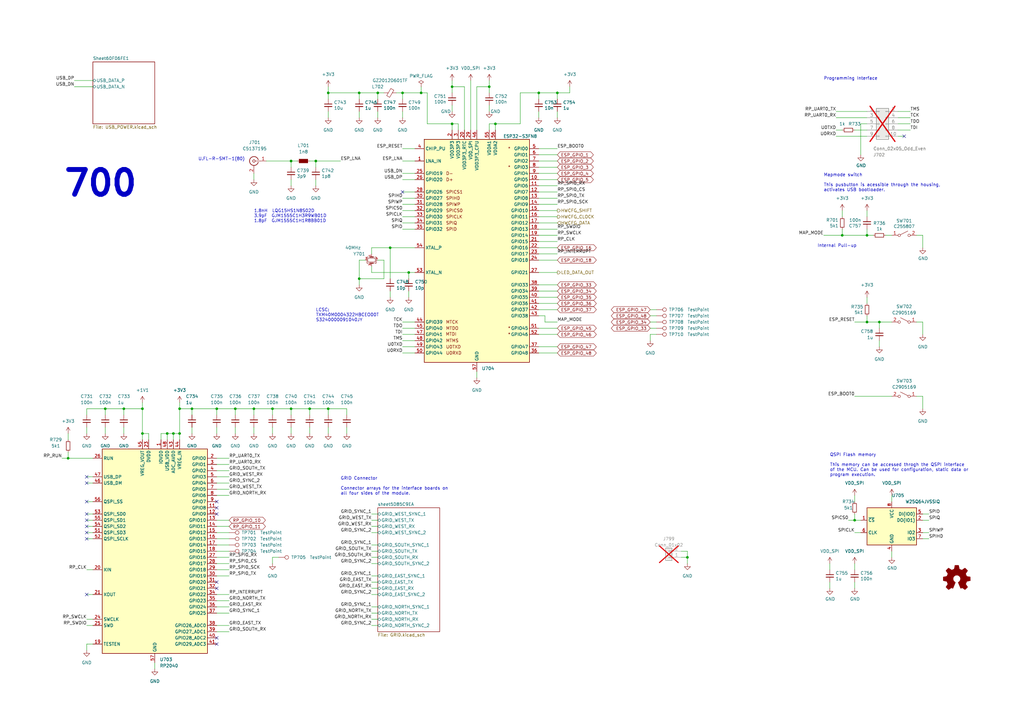
<source format=kicad_sch>
(kicad_sch (version 20230121) (generator eeschema)
  (paper "A3")
  (junction (at 88.9 167.64))
  (junction (at 129.54 66.04))
  (junction (at 220.98 38.1))
  (junction (at 71.12 177.8))
  (junction (at 147.32 38.1))
  (junction (at 58.42 177.8))
  (junction (at 172.72 38.1))
  (junction (at 167.64 111.76))
  (junction (at 73.66 177.8))
  (junction (at 147.32 114.3))
  (junction (at 127 167.64))
  (junction (at 73.66 167.64))
  (junction (at 27.94 187.96))
  (junction (at 185.42 50.8))
  (junction (at 350.52 213.36))
  (junction (at 154.94 38.1))
  (junction (at 160.02 101.6))
  (junction (at 355.6 132.08))
  (junction (at 134.62 167.64))
  (junction (at 50.8 167.64))
  (junction (at 119.38 167.64))
  (junction (at 200.66 35.56))
  (junction (at 68.58 177.8))
  (junction (at 96.52 167.64))
  (junction (at 111.76 167.64))
  (junction (at 43.18 167.64))
  (junction (at 104.14 167.64))
  (junction (at 228.6 38.1))
  (junction (at 134.62 38.1))
  (junction (at 58.42 167.64))
  (junction (at 203.2 50.8))
  (junction (at 185.42 35.56))
  (junction (at 78.74 167.64))
  (junction (at 355.6 96.52))
  (junction (at 360.68 132.08))
  (junction (at 345.44 96.52))
  (junction (at 281.94 228.6))
  (junction (at 119.38 66.04))
  (junction (at 165.1 38.1))
  (no_connect (at 370.84 55.88))
  (no_connect (at 165.1 78.74))
  (no_connect (at 35.56 210.82))
  (no_connect (at 35.56 205.74))
  (no_connect (at 35.56 213.36))
  (no_connect (at 35.56 243.84))
  (no_connect (at 35.56 220.98))
  (no_connect (at 35.56 215.9))
  (no_connect (at 35.56 218.44))
  (no_connect (at 35.56 198.12))
  (no_connect (at 35.56 195.58))
  (no_connect (at 88.9 264.16))
  (no_connect (at 88.9 261.62))
  (no_connect (at 88.9 238.76))
  (no_connect (at 88.9 241.3))
  (no_connect (at 88.9 210.82))
  (no_connect (at 88.9 208.28))
  (no_connect (at 88.9 205.74))
  (wire (pts (xy 73.66 167.64) (xy 78.74 167.64)))
  (wire (pts (xy 355.6 121.92) (xy 355.6 124.46)))
  (wire (pts (xy 35.56 198.12) (xy 38.1 198.12)))
  (wire (pts (xy 88.9 218.44) (xy 93.98 218.44)))
  (wire (pts (xy 213.36 38.1) (xy 220.98 38.1)))
  (wire (pts (xy 119.38 175.26) (xy 119.38 177.8)))
  (wire (pts (xy 58.42 180.34) (xy 58.42 177.8)))
  (wire (pts (xy 27.94 187.96) (xy 38.1 187.96)))
  (wire (pts (xy 165.1 93.98) (xy 170.18 93.98)))
  (wire (pts (xy 203.2 50.8) (xy 203.2 53.34)))
  (wire (pts (xy 360.68 139.7) (xy 360.68 142.24)))
  (wire (pts (xy 167.64 111.76) (xy 167.64 114.3)))
  (wire (pts (xy 228.6 38.1) (xy 220.98 38.1)))
  (wire (pts (xy 73.66 180.34) (xy 73.66 177.8)))
  (wire (pts (xy 154.94 228.6) (xy 152.4 228.6)))
  (wire (pts (xy 127 175.26) (xy 127 177.8)))
  (wire (pts (xy 350.52 162.56) (xy 365.76 162.56)))
  (wire (pts (xy 58.42 177.8) (xy 58.42 167.64)))
  (wire (pts (xy 88.9 231.14) (xy 93.98 231.14)))
  (wire (pts (xy 355.6 93.98) (xy 355.6 96.52)))
  (wire (pts (xy 266.7 134.62) (xy 269.24 134.62)))
  (wire (pts (xy 147.32 38.1) (xy 154.94 38.1)))
  (wire (pts (xy 104.14 175.26) (xy 104.14 177.8)))
  (wire (pts (xy 360.68 132.08) (xy 355.6 132.08)))
  (wire (pts (xy 165.1 137.16) (xy 170.18 137.16)))
  (wire (pts (xy 43.18 167.64) (xy 50.8 167.64)))
  (wire (pts (xy 63.5 271.78) (xy 63.5 274.32)))
  (wire (pts (xy 88.9 226.06) (xy 93.98 226.06)))
  (wire (pts (xy 345.44 53.34) (xy 342.9 53.34)))
  (wire (pts (xy 233.68 35.56) (xy 233.68 38.1)))
  (wire (pts (xy 96.52 170.18) (xy 96.52 167.64)))
  (wire (pts (xy 220.98 106.68) (xy 228.6 106.68)))
  (wire (pts (xy 154.94 218.44) (xy 152.4 218.44)))
  (wire (pts (xy 152.4 104.14) (xy 152.4 101.6)))
  (wire (pts (xy 88.9 220.98) (xy 93.98 220.98)))
  (wire (pts (xy 220.98 63.5) (xy 228.6 63.5)))
  (wire (pts (xy 134.62 45.72) (xy 134.62 48.26)))
  (wire (pts (xy 220.98 119.38) (xy 228.6 119.38)))
  (wire (pts (xy 154.94 106.68) (xy 157.48 106.68)))
  (wire (pts (xy 203.2 50.8) (xy 213.36 50.8)))
  (wire (pts (xy 165.1 86.36) (xy 170.18 86.36)))
  (wire (pts (xy 160.02 101.6) (xy 170.18 101.6)))
  (wire (pts (xy 35.56 195.58) (xy 38.1 195.58)))
  (wire (pts (xy 88.9 246.38) (xy 93.98 246.38)))
  (wire (pts (xy 152.4 111.76) (xy 167.64 111.76)))
  (wire (pts (xy 279.4 228.6) (xy 281.94 228.6)))
  (wire (pts (xy 134.62 175.26) (xy 134.62 177.8)))
  (wire (pts (xy 353.06 50.8) (xy 353.06 63.5)))
  (wire (pts (xy 96.52 175.26) (xy 96.52 177.8)))
  (wire (pts (xy 88.9 248.92) (xy 93.98 248.92)))
  (wire (pts (xy 355.6 86.36) (xy 355.6 88.9)))
  (wire (pts (xy 365.76 203.2) (xy 365.76 205.74)))
  (wire (pts (xy 266.7 132.08) (xy 269.24 132.08)))
  (wire (pts (xy 35.56 210.82) (xy 38.1 210.82)))
  (wire (pts (xy 165.1 38.1) (xy 172.72 38.1)))
  (wire (pts (xy 220.98 144.78) (xy 228.6 144.78)))
  (wire (pts (xy 350.52 203.2) (xy 350.52 205.74)))
  (wire (pts (xy 88.9 187.96) (xy 93.98 187.96)))
  (wire (pts (xy 378.46 162.56) (xy 375.92 162.56)))
  (wire (pts (xy 220.98 88.9) (xy 228.6 88.9)))
  (wire (pts (xy 35.56 220.98) (xy 38.1 220.98)))
  (wire (pts (xy 220.98 101.6) (xy 228.6 101.6)))
  (wire (pts (xy 378.46 218.44) (xy 381 218.44)))
  (wire (pts (xy 154.94 45.72) (xy 154.94 48.26)))
  (wire (pts (xy 35.56 213.36) (xy 38.1 213.36)))
  (wire (pts (xy 172.72 38.1) (xy 175.26 38.1)))
  (wire (pts (xy 88.9 259.08) (xy 93.98 259.08)))
  (wire (pts (xy 337.82 96.52) (xy 345.44 96.52)))
  (wire (pts (xy 35.56 233.68) (xy 38.1 233.68)))
  (wire (pts (xy 195.58 35.56) (xy 195.58 53.34)))
  (wire (pts (xy 104.14 170.18) (xy 104.14 167.64)))
  (wire (pts (xy 165.1 83.82) (xy 170.18 83.82)))
  (wire (pts (xy 147.32 106.68) (xy 149.86 106.68)))
  (wire (pts (xy 220.98 129.54) (xy 223.52 129.54)))
  (wire (pts (xy 88.9 223.52) (xy 93.98 223.52)))
  (wire (pts (xy 167.64 119.38) (xy 167.64 121.92)))
  (wire (pts (xy 68.58 177.8) (xy 71.12 177.8)))
  (wire (pts (xy 187.96 53.34) (xy 187.96 50.8)))
  (wire (pts (xy 345.44 93.98) (xy 345.44 96.52)))
  (wire (pts (xy 350.52 231.14) (xy 350.52 233.68)))
  (wire (pts (xy 154.94 223.52) (xy 152.4 223.52)))
  (wire (pts (xy 172.72 35.56) (xy 172.72 38.1)))
  (wire (pts (xy 88.9 200.66) (xy 93.98 200.66)))
  (wire (pts (xy 378.46 96.52) (xy 378.46 101.6)))
  (wire (pts (xy 165.1 142.24) (xy 170.18 142.24)))
  (wire (pts (xy 88.9 213.36) (xy 93.98 213.36)))
  (wire (pts (xy 223.52 132.08) (xy 228.6 132.08)))
  (wire (pts (xy 111.76 167.64) (xy 119.38 167.64)))
  (wire (pts (xy 152.4 101.6) (xy 160.02 101.6)))
  (wire (pts (xy 35.56 175.26) (xy 35.56 177.8)))
  (wire (pts (xy 165.1 91.44) (xy 170.18 91.44)))
  (wire (pts (xy 154.94 241.3) (xy 152.4 241.3)))
  (wire (pts (xy 58.42 165.1) (xy 58.42 167.64)))
  (wire (pts (xy 228.6 60.96) (xy 220.98 60.96)))
  (wire (pts (xy 147.32 114.3) (xy 147.32 116.84)))
  (wire (pts (xy 134.62 167.64) (xy 142.24 167.64)))
  (wire (pts (xy 220.98 83.82) (xy 228.6 83.82)))
  (wire (pts (xy 109.22 66.04) (xy 119.38 66.04)))
  (wire (pts (xy 165.1 144.78) (xy 170.18 144.78)))
  (wire (pts (xy 88.9 198.12) (xy 93.98 198.12)))
  (wire (pts (xy 350.52 213.36) (xy 347.98 213.36)))
  (wire (pts (xy 88.9 228.6) (xy 93.98 228.6)))
  (wire (pts (xy 35.56 256.54) (xy 38.1 256.54)))
  (wire (pts (xy 375.92 96.52) (xy 378.46 96.52)))
  (wire (pts (xy 350.52 132.08) (xy 355.6 132.08)))
  (wire (pts (xy 213.36 38.1) (xy 213.36 50.8)))
  (wire (pts (xy 88.9 170.18) (xy 88.9 167.64)))
  (wire (pts (xy 378.46 210.82) (xy 381 210.82)))
  (wire (pts (xy 281.94 226.06) (xy 279.4 226.06)))
  (wire (pts (xy 73.66 177.8) (xy 73.66 167.64)))
  (wire (pts (xy 165.1 81.28) (xy 170.18 81.28)))
  (wire (pts (xy 154.94 213.36) (xy 152.4 213.36)))
  (wire (pts (xy 355.6 129.54) (xy 355.6 132.08)))
  (wire (pts (xy 228.6 45.72) (xy 228.6 48.26)))
  (wire (pts (xy 353.06 218.44) (xy 350.52 218.44)))
  (wire (pts (xy 165.1 45.72) (xy 165.1 48.26)))
  (wire (pts (xy 190.5 35.56) (xy 190.5 53.34)))
  (wire (pts (xy 368.3 45.72) (xy 373.38 45.72)))
  (wire (pts (xy 185.42 35.56) (xy 185.42 38.1)))
  (wire (pts (xy 266.7 137.16) (xy 269.24 137.16)))
  (wire (pts (xy 88.9 251.46) (xy 93.98 251.46)))
  (wire (pts (xy 370.84 55.88) (xy 368.3 55.88)))
  (wire (pts (xy 35.56 254) (xy 38.1 254)))
  (wire (pts (xy 165.1 60.96) (xy 170.18 60.96)))
  (wire (pts (xy 142.24 175.26) (xy 142.24 177.8)))
  (wire (pts (xy 43.18 170.18) (xy 43.18 167.64)))
  (wire (pts (xy 88.9 203.2) (xy 93.98 203.2)))
  (wire (pts (xy 129.54 66.04) (xy 127 66.04)))
  (wire (pts (xy 200.66 50.8) (xy 203.2 50.8)))
  (wire (pts (xy 111.76 175.26) (xy 111.76 177.8)))
  (wire (pts (xy 200.66 50.8) (xy 200.66 53.34)))
  (wire (pts (xy 119.38 66.04) (xy 121.92 66.04)))
  (wire (pts (xy 154.94 226.06) (xy 152.4 226.06)))
  (wire (pts (xy 160.02 119.38) (xy 160.02 121.92)))
  (wire (pts (xy 88.9 243.84) (xy 93.98 243.84)))
  (wire (pts (xy 88.9 256.54) (xy 93.98 256.54)))
  (wire (pts (xy 355.6 53.34) (xy 350.52 53.34)))
  (wire (pts (xy 154.94 238.76) (xy 152.4 238.76)))
  (wire (pts (xy 165.1 134.62) (xy 170.18 134.62)))
  (wire (pts (xy 154.94 231.14) (xy 152.4 231.14)))
  (wire (pts (xy 378.46 167.64) (xy 378.46 162.56)))
  (wire (pts (xy 88.9 175.26) (xy 88.9 177.8)))
  (wire (pts (xy 147.32 38.1) (xy 147.32 40.64)))
  (wire (pts (xy 281.94 228.6) (xy 281.94 226.06)))
  (wire (pts (xy 185.42 43.18) (xy 185.42 45.72)))
  (wire (pts (xy 119.38 170.18) (xy 119.38 167.64)))
  (wire (pts (xy 104.14 71.12) (xy 104.14 73.66)))
  (wire (pts (xy 68.58 177.8) (xy 68.58 180.34)))
  (wire (pts (xy 35.56 170.18) (xy 35.56 167.64)))
  (wire (pts (xy 154.94 40.64) (xy 154.94 38.1)))
  (wire (pts (xy 185.42 50.8) (xy 175.26 50.8)))
  (wire (pts (xy 368.3 50.8) (xy 373.38 50.8)))
  (wire (pts (xy 220.98 137.16) (xy 228.6 137.16)))
  (wire (pts (xy 165.1 139.7) (xy 170.18 139.7)))
  (wire (pts (xy 154.94 243.84) (xy 152.4 243.84)))
  (wire (pts (xy 71.12 177.8) (xy 71.12 180.34)))
  (wire (pts (xy 342.9 48.26) (xy 355.6 48.26)))
  (wire (pts (xy 88.9 233.68) (xy 93.98 233.68)))
  (wire (pts (xy 378.46 132.08) (xy 375.92 132.08)))
  (wire (pts (xy 154.94 236.22) (xy 152.4 236.22)))
  (wire (pts (xy 233.68 38.1) (xy 228.6 38.1)))
  (wire (pts (xy 35.56 167.64) (xy 43.18 167.64)))
  (wire (pts (xy 88.9 190.5) (xy 93.98 190.5)))
  (wire (pts (xy 342.9 45.72) (xy 355.6 45.72)))
  (wire (pts (xy 340.36 241.3) (xy 340.36 238.76)))
  (wire (pts (xy 60.96 180.34) (xy 60.96 177.8)))
  (wire (pts (xy 281.94 231.14) (xy 281.94 228.6)))
  (wire (pts (xy 96.52 167.64) (xy 104.14 167.64)))
  (wire (pts (xy 104.14 167.64) (xy 111.76 167.64)))
  (wire (pts (xy 27.94 185.42) (xy 27.94 187.96)))
  (wire (pts (xy 190.5 35.56) (xy 185.42 35.56)))
  (wire (pts (xy 220.98 38.1) (xy 220.98 40.64)))
  (wire (pts (xy 340.36 231.14) (xy 340.36 233.68)))
  (wire (pts (xy 35.56 215.9) (xy 38.1 215.9)))
  (wire (pts (xy 43.18 175.26) (xy 43.18 177.8)))
  (wire (pts (xy 165.1 88.9) (xy 170.18 88.9)))
  (wire (pts (xy 35.56 264.16) (xy 35.56 266.7)))
  (wire (pts (xy 127 167.64) (xy 134.62 167.64)))
  (wire (pts (xy 200.66 35.56) (xy 200.66 38.1)))
  (wire (pts (xy 154.94 256.54) (xy 152.4 256.54)))
  (wire (pts (xy 170.18 71.12) (xy 165.1 71.12)))
  (wire (pts (xy 152.4 210.82) (xy 154.94 210.82)))
  (wire (pts (xy 220.98 127) (xy 228.6 127)))
  (wire (pts (xy 152.4 111.76) (xy 152.4 109.22)))
  (wire (pts (xy 220.98 78.74) (xy 228.6 78.74)))
  (wire (pts (xy 147.32 45.72) (xy 147.32 48.26)))
  (wire (pts (xy 365.76 228.6) (xy 365.76 226.06)))
  (wire (pts (xy 220.98 93.98) (xy 228.6 93.98)))
  (wire (pts (xy 185.42 33.02) (xy 185.42 35.56)))
  (wire (pts (xy 134.62 170.18) (xy 134.62 167.64)))
  (wire (pts (xy 345.44 96.52) (xy 355.6 96.52)))
  (wire (pts (xy 154.94 248.92) (xy 152.4 248.92)))
  (wire (pts (xy 154.94 251.46) (xy 152.4 251.46)))
  (wire (pts (xy 50.8 167.64) (xy 58.42 167.64)))
  (wire (pts (xy 142.24 170.18) (xy 142.24 167.64)))
  (wire (pts (xy 220.98 71.12) (xy 228.6 71.12)))
  (wire (pts (xy 88.9 167.64) (xy 96.52 167.64)))
  (wire (pts (xy 378.46 213.36) (xy 381 213.36)))
  (wire (pts (xy 88.9 236.22) (xy 93.98 236.22)))
  (wire (pts (xy 165.1 78.74) (xy 170.18 78.74)))
  (wire (pts (xy 175.26 38.1) (xy 175.26 50.8)))
  (wire (pts (xy 35.56 243.84) (xy 38.1 243.84)))
  (wire (pts (xy 195.58 35.56) (xy 200.66 35.56)))
  (wire (pts (xy 88.9 193.04) (xy 93.98 193.04)))
  (wire (pts (xy 193.04 33.02) (xy 193.04 53.34)))
  (wire (pts (xy 220.98 134.62) (xy 228.6 134.62)))
  (wire (pts (xy 378.46 220.98) (xy 381 220.98)))
  (wire (pts (xy 129.54 66.04) (xy 139.7 66.04)))
  (wire (pts (xy 220.98 81.28) (xy 228.6 81.28)))
  (wire (pts (xy 353.06 50.8) (xy 355.6 50.8)))
  (wire (pts (xy 25.4 187.96) (xy 27.94 187.96)))
  (wire (pts (xy 266.7 129.54) (xy 269.24 129.54)))
  (wire (pts (xy 119.38 66.04) (xy 119.38 68.58)))
  (wire (pts (xy 228.6 38.1) (xy 228.6 40.64)))
  (wire (pts (xy 373.38 48.26) (xy 368.3 48.26)))
  (wire (pts (xy 50.8 167.64) (xy 50.8 170.18)))
  (wire (pts (xy 170.18 73.66) (xy 165.1 73.66)))
  (wire (pts (xy 157.48 114.3) (xy 147.32 114.3)))
  (wire (pts (xy 147.32 114.3) (xy 147.32 106.68)))
  (wire (pts (xy 129.54 68.58) (xy 129.54 66.04)))
  (wire (pts (xy 35.56 205.74) (xy 38.1 205.74)))
  (wire (pts (xy 160.02 101.6) (xy 160.02 114.3)))
  (wire (pts (xy 220.98 86.36) (xy 228.6 86.36)))
  (wire (pts (xy 373.38 53.34) (xy 368.3 53.34)))
  (wire (pts (xy 78.74 175.26) (xy 78.74 177.8)))
  (wire (pts (xy 220.98 116.84) (xy 228.6 116.84)))
  (wire (pts (xy 71.12 177.8) (xy 73.66 177.8)))
  (wire (pts (xy 220.98 68.58) (xy 228.6 68.58)))
  (wire (pts (xy 345.44 86.36) (xy 345.44 88.9)))
  (wire (pts (xy 134.62 35.56) (xy 134.62 38.1)))
  (wire (pts (xy 350.52 241.3) (xy 350.52 238.76)))
  (wire (pts (xy 200.66 33.02) (xy 200.66 35.56)))
  (wire (pts (xy 266.7 139.7) (xy 266.7 137.16)))
  (wire (pts (xy 220.98 96.52) (xy 228.6 96.52)))
  (wire (pts (xy 195.58 152.4) (xy 195.58 154.94)))
  (wire (pts (xy 365.76 132.08) (xy 360.68 132.08)))
  (wire (pts (xy 38.1 33.02) (xy 30.48 33.02)))
  (wire (pts (xy 220.98 111.76) (xy 228.6 111.76)))
  (wire (pts (xy 78.74 167.64) (xy 88.9 167.64)))
  (wire (pts (xy 127 170.18) (xy 127 167.64)))
  (wire (pts (xy 119.38 73.66) (xy 119.38 76.2)))
  (wire (pts (xy 165.1 66.04) (xy 170.18 66.04)))
  (wire (pts (xy 220.98 142.24) (xy 228.6 142.24)))
  (wire (pts (xy 355.6 96.52) (xy 358.14 96.52)))
  (wire (pts (xy 88.9 195.58) (xy 93.98 195.58)))
  (wire (pts (xy 60.96 177.8) (xy 58.42 177.8)))
  (wire (pts (xy 50.8 175.26) (xy 50.8 177.8)))
  (wire (pts (xy 187.96 50.8) (xy 185.42 50.8)))
  (wire (pts (xy 154.94 38.1) (xy 157.48 38.1)))
  (wire (pts (xy 165.1 38.1) (xy 165.1 40.64)))
  (wire (pts (xy 78.74 167.64) (xy 78.74 170.18)))
  (wire (pts (xy 157.48 106.68) (xy 157.48 114.3)))
  (wire (pts (xy 220.98 73.66) (xy 228.6 73.66)))
  (wire (pts (xy 220.98 99.06) (xy 228.6 99.06)))
  (wire (pts (xy 27.94 177.8) (xy 27.94 180.34)))
  (wire (pts (xy 167.64 111.76) (xy 170.18 111.76)))
  (wire (pts (xy 111.76 170.18) (xy 111.76 167.64)))
  (wire (pts (xy 220.98 45.72) (xy 220.98 48.26)))
  (wire (pts (xy 220.98 124.46) (xy 228.6 124.46)))
  (wire (pts (xy 266.7 127) (xy 269.24 127)))
  (wire (pts (xy 66.04 180.34) (xy 66.04 177.8)))
  (wire (pts (xy 129.54 73.66) (xy 129.54 76.2)))
  (wire (pts (xy 152.4 215.9) (xy 154.94 215.9)))
  (wire (pts (xy 35.56 218.44) (xy 38.1 218.44)))
  (wire (pts (xy 119.38 167.64) (xy 127 167.64)))
  (wire (pts (xy 30.48 35.56) (xy 38.1 35.56)))
  (wire (pts (xy 220.98 66.04) (xy 228.6 66.04)))
  (wire (pts (xy 220.98 91.44) (xy 228.6 91.44)))
  (wire (pts (xy 220.98 121.92) (xy 228.6 121.92)))
  (wire (pts (xy 353.06 213.36) (xy 350.52 213.36)))
  (wire (pts (xy 88.9 215.9) (xy 93.98 215.9)))
  (wire (pts (xy 154.94 254) (xy 152.4 254)))
  (wire (pts (xy 378.46 137.16) (xy 378.46 132.08)))
  (wire (pts (xy 73.66 165.1) (xy 73.66 167.64)))
  (wire (pts (xy 342.9 55.88) (xy 355.6 55.88)))
  (wire (pts (xy 162.56 38.1) (xy 165.1 38.1)))
  (wire (pts (xy 111.76 231.14) (xy 111.76 228.6)))
  (wire (pts (xy 200.66 43.18) (xy 200.66 45.72)))
  (wire (pts (xy 134.62 38.1) (xy 134.62 40.64)))
  (wire (pts (xy 185.42 50.8) (xy 185.42 53.34)))
  (wire (pts (xy 360.68 132.08) (xy 360.68 134.62)))
  (wire (pts (xy 350.52 210.82) (xy 350.52 213.36)))
  (wire (pts (xy 66.04 177.8) (xy 68.58 177.8)))
  (wire (pts (xy 35.56 264.16) (xy 38.1 264.16)))
  (wire (pts (xy 363.22 96.52) (xy 365.76 96.52)))
  (wire (pts (xy 165.1 132.08) (xy 170.18 132.08)))
  (wire (pts (xy 220.98 76.2) (xy 228.6 76.2)))
  (wire (pts (xy 220.98 104.14) (xy 228.6 104.14)))
  (wire (pts (xy 111.76 228.6) (xy 114.3 228.6)))
  (wire (pts (xy 134.62 38.1) (xy 147.32 38.1)))
  (wire (pts (xy 223.52 129.54) (xy 223.52 132.08)))
  (text "Mapmode switch\n\nThis pusbutton is acessible through the housing, \nactivates USB bootloader." (at 337.82 78.74 0) (effects (font (size 1.27 1.27)) (justify left bottom)))
  (text "700" (at 25.4 81.28 0) (effects (font (size 10.16 10.16) (thickness 2.032) bold) (justify left bottom)))
  (text "LCSC:\nTXM40M0004322HBCEO00T\nS3240000091040JY" (at 129.54 132.08 0) (effects (font (size 1.27 1.27)) (justify left bottom)))
  (text "1.8nH  LQG15HS1N8S02D\n3.9pF  GJM1555C1H3R9WB01D\n1.8pF  GJM1555C1H1R8BB01D" (at 104.14 91.44 0) (effects (font (size 1.27 1.27)) (justify left bottom)))
  (text "QSPI Flash memory\n\nThis memory can be accessed throgh the QSPI interface\nof the MCU. Can be used for configuration, static data or\nprogram execution." (at 340.36 195.58 0) (effects (font (size 1.27 1.27)) (justify left bottom)))
  (text "Internal Pull-up" (at 335.28 101.6 0) (effects (font (size 1.27 1.27)) (justify left bottom)))
  (text "GRID Connector\n\nConnector arrays for the interface boards on \nall four sides of the module." (at 139.7 203.2 0) (effects (font (size 1.27 1.27)) (justify left bottom)))
  (text "U.FL-R-SMT-1(80) " (at 81.28 66.04 0) (effects (font (size 1.27 1.27)) (justify left bottom)))
  (text "Programming Interface\n" (at 337.82 33.02 0) (effects (font (size 1.27 1.27)) (justify left bottom)))
  (label "RP_SPI0_CS" (at 93.98 231.14 0))
  (label "GRID_SYNC_1" (at 152.4 223.52 180))
  (label "GRID_EAST_TX" (at 93.98 256.54 0))
  (label "RP_SPI0_RX" (at 93.98 228.6 0))
  (label "GRID_SOUTH_TX" (at 152.4 226.06 180))
  (label "SPICS0" (at 165.1 86.36 180))
  (label "GRID_SYNC_2" (at 152.4 218.44 180))
  (label "GRID_NORTH_TX" (at 93.98 246.38 0))
  (label "GRID_NORTH_TX" (at 152.4 251.46 180))
  (label "GRID_SYNC_2" (at 152.4 256.54 180))
  (label "MAP_MODE" (at 337.82 96.52 180))
  (label "U0TXD" (at 165.1 142.24 180))
  (label "SPICS0" (at 347.98 213.36 180))
  (label "TMS" (at 165.1 139.7 180))
  (label "TCK" (at 165.1 132.08 180))
  (label "GRID_NORTH_RX" (at 93.98 203.2 0))
  (label "RP_SWCLK" (at 35.56 254 180))
  (label "RP_SPI0_RX" (at 228.6 76.2 0))
  (label "GRID_SYNC_1" (at 152.4 210.82 180))
  (label "SPIQ" (at 165.1 91.44 180))
  (label "RP_SPI0_TX" (at 93.98 236.22 0))
  (label "GRID_SYNC_1" (at 152.4 236.22 180))
  (label "U0RXD" (at 165.1 144.78 180))
  (label "TDO" (at 165.1 134.62 180))
  (label "U0RXD" (at 342.9 55.88 180))
  (label "GRID_SOUTH_RX" (at 93.98 259.08 0))
  (label "GRID_SYNC_2" (at 152.4 243.84 180))
  (label "SPIQ" (at 381 213.36 0))
  (label "RP_SPI0_TX" (at 228.6 81.28 0))
  (label "GRID_WEST_RX" (at 152.4 215.9 180))
  (label "GRID_WEST_RX" (at 93.98 195.58 0))
  (label "RP_SWDIO" (at 228.6 93.98 0))
  (label "RP_SWDIO" (at 35.56 256.54 180))
  (label "RP_CLK" (at 35.56 233.68 180))
  (label "RP_SWCLK" (at 228.6 96.52 0))
  (label "RP_SPI0_SCK" (at 93.98 233.68 0))
  (label "RP_UART0_TX" (at 93.98 187.96 0))
  (label "SPID" (at 165.1 93.98 180))
  (label "U0TXD" (at 342.9 53.34 180))
  (label "SPID" (at 381 210.82 0))
  (label "ESP_BOOT0" (at 228.6 60.96 0))
  (label "TDO" (at 373.38 50.8 0))
  (label "TDI" (at 165.1 137.16 180))
  (label "GRID_WEST_TX" (at 93.98 200.66 0))
  (label "RP_INTERRUPT" (at 228.6 104.14 0))
  (label "RP_SPI0_SCK" (at 228.6 83.82 0))
  (label "GRID_EAST_RX" (at 93.98 248.92 0))
  (label "USB_DN" (at 165.1 71.12 180))
  (label "USB_DN" (at 30.48 35.56 180))
  (label "SPIHD" (at 165.1 81.28 180))
  (label "ESP_RESET" (at 165.1 60.96 180))
  (label "TMS" (at 373.38 45.72 0))
  (label "SPIHD" (at 381 220.98 0))
  (label "ESP_LNA" (at 139.7 66.04 0))
  (label "ESP_BOOT0" (at 350.52 162.56 180))
  (label "RP_UART0_TX" (at 342.9 45.72 180))
  (label "RP_INTERRUPT" (at 93.98 243.84 0))
  (label "GRID_EAST_RX" (at 152.4 241.3 180))
  (label "USB_DP" (at 165.1 73.66 180))
  (label "GRID_SOUTH_TX" (at 93.98 193.04 0))
  (label "GRID_EAST_TX" (at 152.4 238.76 180))
  (label "SPICLK" (at 350.52 218.44 180))
  (label "RP_SPI0_CS" (at 228.6 78.74 0))
  (label "RP_UART0_RX" (at 342.9 48.26 180))
  (label "TCK" (at 373.38 48.26 0))
  (label "RP_RUN" (at 25.4 187.96 180))
  (label "RP_CLK" (at 228.6 99.06 0))
  (label "TDI" (at 373.38 53.34 0))
  (label "GRID_SYNC_1" (at 93.98 251.46 0))
  (label "ESP_RESET" (at 350.52 132.08 180))
  (label "GRID_SOUTH_RX" (at 152.4 228.6 180))
  (label "SPIWP" (at 165.1 83.82 180))
  (label "MAP_MODE" (at 228.6 132.08 0))
  (label "USB_DP" (at 30.48 33.02 180))
  (label "SPICLK" (at 165.1 88.9 180))
  (label "ESP_LNA" (at 165.1 66.04 180))
  (label "GRID_SYNC_1" (at 152.4 248.92 180))
  (label "RP_UART0_RX" (at 93.98 190.5 0))
  (label "SPIWP" (at 381 218.44 0))
  (label "GRID_NORTH_RX" (at 152.4 254 180))
  (label "GRID_SYNC_2" (at 93.98 198.12 0))
  (label "GRID_SYNC_2" (at 152.4 231.14 180))
  (label "GRID_WEST_TX" (at 152.4 213.36 180))
  (global_label "ESP_GPIO_33" (shape bidirectional) (at 228.6 116.84 0) (property "Intersheetrefs" "${INTERSHEET_REFS}" (effects hide)))
  (global_label "ESP_GPIO_16" (shape bidirectional) (at 228.6 101.6 0) (property "Intersheetrefs" "${INTERSHEET_REFS}" (effects hide)))
  (global_label "ESP_GPIO_34" (shape bidirectional) (at 266.7 132.08 180) (property "Intersheetrefs" "${INTERSHEET_REFS}" (effects hide)))
  (global_label "ESP_GPIO_47" (shape bidirectional) (at 266.7 127 180) (property "Intersheetrefs" "${INTERSHEET_REFS}" (effects hide)))
  (global_label "ESP_GPIO_48" (shape bidirectional) (at 228.6 144.78 0) (property "Intersheetrefs" "${INTERSHEET_REFS}" (effects hide)))
  (global_label "ESP_GPIO_2" (shape bidirectional) (at 228.6 66.04 0) (property "Intersheetrefs" "${INTERSHEET_REFS}" (effects hide)))
  (global_label "ESP_GPIO_4" (shape bidirectional) (at 228.6 71.12 0) (property "Intersheetrefs" "${INTERSHEET_REFS}" (effects hide)))
  (global_label "ESP_GPIO_1" (shape bidirectional) (at 228.6 63.5 0) (property "Intersheetrefs" "${INTERSHEET_REFS}" (effects hide)))
  (global_label "ESP_GPIO_45" (shape bidirectional) (at 228.6 134.62 0) (property "Intersheetrefs" "${INTERSHEET_REFS}" (effects hide)))
  (global_label "ESP_GPIO_36" (shape bidirectional) (at 228.6 124.46 0) (property "Intersheetrefs" "${INTERSHEET_REFS}" (effects hide)))
  (global_label "ESP_GPIO_18" (shape bidirectional) (at 228.6 106.68 0) (property "Intersheetrefs" "${INTERSHEET_REFS}" (effects hide)))
  (global_label "ESP_GPIO_5" (shape bidirectional) (at 228.6 73.66 0) (property "Intersheetrefs" "${INTERSHEET_REFS}" (effects hide)))
  (global_label "RP_GPIO_10" (shape bidirectional) (at 93.98 213.36 0) (property "Intersheetrefs" "${INTERSHEET_REFS}" (effects hide)))
  (global_label "ESP_GPIO_46" (shape bidirectional) (at 228.6 137.16 0) (property "Intersheetrefs" "${INTERSHEET_REFS}" (effects hide)))
  (global_label "ESP_GPIO_48" (shape bidirectional) (at 266.7 129.54 180) (property "Intersheetrefs" "${INTERSHEET_REFS}" (effects hide)))
  (global_label "ESP_GPIO_33" (shape bidirectional) (at 266.7 134.62 180) (property "Intersheetrefs" "${INTERSHEET_REFS}" (effects hide)))
  (global_label "ESP_GPIO_35" (shape bidirectional) (at 228.6 121.92 0) (property "Intersheetrefs" "${INTERSHEET_REFS}" (effects hide)))
  (global_label "ESP_GPIO_34" (shape bidirectional) (at 228.6 119.38 0) (property "Intersheetrefs" "${INTERSHEET_REFS}" (effects hide)))
  (global_label "RP_GPIO_11" (shape bidirectional) (at 93.98 215.9 0) (property "Intersheetrefs" "${INTERSHEET_REFS}" (effects hide)))
  (global_label "ESP_GPIO_3" (shape bidirectional) (at 228.6 68.58 0) (property "Intersheetrefs" "${INTERSHEET_REFS}" (effects hide)))
  (global_label "ESP_GPIO_47" (shape bidirectional) (at 228.6 142.24 0) (property "Intersheetrefs" "${INTERSHEET_REFS}" (effects hide)))
  (global_label "ESP_GPIO_37" (shape bidirectional) (at 228.6 127 0) (property "Intersheetrefs" "${INTERSHEET_REFS}" (effects hide)))
  (hierarchical_label "HWCFG_CLOCK" (shape output) (at 228.6 88.9 0))
  (hierarchical_label "HWCFG_DATA" (shape input) (at 228.6 91.44 0))
  (hierarchical_label "HWCFG_SHIFT" (shape output) (at 228.6 86.36 0))
  (hierarchical_label "LED_DATA_OUT" (shape output) (at 228.6 111.76 0))
  (symbol (lib_id "suku_basics:U_FLASH_W25Q16JVSSIQ") (at 365.76 215.9 0) (unit 1)
    (property "Reference" "U705" (at 368.3 203.2 0))
    (property "Value" "W25Q64JVSSIQ" (at 378.46 205.74 0))
    (property "Footprint" "suku_basics:SOIC-8W_FLASH" (effects hide))
    (property "Datasheet" "http://www.winbond.com/resource-files/w25q32jv%20revg%2003272018%20plus.pdf" (effects hide))
  )
  (symbol (lib_id "suku_basics:CAP") (at 350.52 236.22 0) (unit 1)
    (property "Reference" "C756" (at 352.8568 235.0516 0) (effects (justify left)))
    (property "Value" "100n" (at 352.8568 237.363 0) (effects (justify left)))
    (property "Footprint" "suku_basics:CAP_0402" (effects hide))
  )
  (symbol (lib_id "power:GND") (at 365.76 228.6 0) (unit 1)
    (property "Reference" "#PWR0843" (effects hide))
    (property "Value" "GND" (at 365.887 232.9942 0))
  )
  (symbol (lib_id "power:GND") (at 350.52 241.3 0) (unit 1)
    (property "Reference" "#PWR0838" (effects hide))
    (property "Value" "GND" (at 350.647 245.6942 0))
  )
  (symbol (lib_id "Switch:SW_SPST") (at 370.84 96.52 0) (unit 1)
    (property "Reference" "SW701" (at 370.84 90.551 0))
    (property "Value" "C255807" (at 370.84 92.8624 0))
    (property "Footprint" "suku_basics:SW_HYP_MAPMODE" (effects hide))
  )
  (symbol (lib_id "suku_basics:RES") (at 360.68 96.52 270) (unit 1)
    (property "Reference" "R736" (at 360.68 91.5416 90))
    (property "Value" "1k" (at 360.68 93.853 90))
    (property "Footprint" "suku_basics:RES_0402" (effects hide))
  )
  (symbol (lib_id "power:GND") (at 378.46 101.6 0) (unit 1)
    (property "Reference" "#PWR0844" (effects hide))
    (property "Value" "GND" (at 378.587 105.9942 0))
  )
  (symbol (lib_id "suku_basics:CAP") (at 355.6 91.44 180) (unit 1)
    (property "Reference" "C757" (at 353.2632 92.6084 0) (effects (justify left)))
    (property "Value" "100n" (at 353.2632 90.297 0) (effects (justify left)))
    (property "Footprint" "suku_basics:CAP_0402" (effects hide))
  )
  (symbol (lib_id "Connector:TestPoint") (at 269.24 137.16 270) (unit 1)
    (property "Reference" "TP710" (at 274.32 137.16 90) (effects (justify left)))
    (property "Value" "TestPoint" (at 281.94 137.16 90) (effects (justify left)))
    (property "Footprint" "TestPoint:TestPoint_Pad_1.0x1.0mm" (effects hide))
  )
  (symbol (lib_id "Connector:TestPoint") (at 93.98 226.06 270) (unit 1)
    (property "Reference" "TP704" (at 99.06 226.06 90) (effects (justify left)))
    (property "Value" "TestPoint" (at 106.68 226.06 90) (effects (justify left)))
    (property "Footprint" "TestPoint:TestPoint_Pad_D1.0mm" (effects hide))
  )
  (symbol (lib_id "suku_basics:CAP") (at 142.24 172.72 0) (unit 1)
    (property "Reference" "C745" (at 139.7 162.56 0) (effects (justify left)))
    (property "Value" "100n" (at 139.7 165.1 0) (effects (justify left)))
    (property "Footprint" "suku_basics:CAP_0402" (effects hide))
  )
  (symbol (lib_id "suku_basics:CAP") (at 200.66 40.64 0) (unit 1)
    (property "Reference" "C752" (at 202.9968 39.4716 0) (effects (justify left)))
    (property "Value" "100n" (at 202.9968 41.783 0) (effects (justify left)))
    (property "Footprint" "suku_basics:CAP_0402" (effects hide))
  )
  (symbol (lib_id "power:GND") (at 63.5 274.32 0) (unit 1)
    (property "Reference" "#PWR0799" (effects hide))
    (property "Value" "GND" (at 63.5 279.4 0))
  )
  (symbol (lib_id "power:GND") (at 43.18 177.8 0) (unit 1)
    (property "Reference" "#PWR0796" (effects hide))
    (property "Value" "GND" (at 43.18 182.88 0))
  )
  (symbol (lib_id "power:+3V3") (at 355.6 121.92 0) (unit 1)
    (property "Reference" "#PWR0835" (effects hide))
    (property "Value" "+3V3" (at 355.6 116.84 0))
  )
  (symbol (lib_id "suku_basics:VDD_SPI") (at 365.76 203.2 0) (unit 1)
    (property "Reference" "#PWR0842" (effects hide))
    (property "Value" "VDD_SPI" (at 365.76 198.12 0))
  )
  (symbol (lib_id "suku_basics:CAP") (at 111.76 172.72 0) (unit 1)
    (property "Reference" "C738" (at 109.22 162.56 0) (effects (justify left)))
    (property "Value" "100n" (at 109.22 165.1 0) (effects (justify left)))
    (property "Footprint" "suku_basics:CAP_0402" (effects hide))
  )
  (symbol (lib_id "suku_basics:RP2040") (at 63.5 226.06 0) (unit 1)
    (property "Reference" "U703" (at 65.5194 270.51 0) (effects (justify left)))
    (property "Value" "RP2040" (at 65.5194 273.05 0) (effects (justify left)))
    (property "Footprint" "suku_basics:RP2040_QFN-56-1EP_7x7mm_P0.4mm_EP3.2x3.2mm" (effects hide))
    (property "Datasheet" "https://datasheets.raspberrypi.com/rp2040/rp2040-datasheet.pdf" (effects hide))
  )
  (symbol (lib_id "power:GND") (at 195.58 154.94 0) (unit 1)
    (property "Reference" "#PWR0825" (effects hide))
    (property "Value" "GND" (at 195.58 160.02 0))
  )
  (symbol (lib_id "Connector:TestPoint") (at 93.98 223.52 270) (unit 1)
    (property "Reference" "TP703" (at 99.06 223.52 90) (effects (justify left)))
    (property "Value" "TestPoint" (at 106.68 223.52 90) (effects (justify left)))
    (property "Footprint" "TestPoint:TestPoint_Pad_D1.0mm" (effects hide))
  )
  (symbol (lib_id "suku_basics:CAP") (at 165.1 43.18 0) (unit 1)
    (property "Reference" "C749" (at 167.4368 42.0116 0) (effects (justify left)))
    (property "Value" "100n" (at 167.4368 44.323 0) (effects (justify left)))
    (property "Footprint" "suku_basics:CAP_0402" (effects hide))
  )
  (symbol (lib_id "power:GND") (at 35.56 266.7 0) (unit 1)
    (property "Reference" "#PWR0795" (effects hide))
    (property "Value" "GND" (at 35.56 271.78 0))
  )
  (symbol (lib_id "Switch:SW_SPST") (at 370.84 132.08 0) (mirror y) (unit 1)
    (property "Reference" "SW702" (at 370.84 125.73 0))
    (property "Value" "C2905169" (at 370.84 128.27 0))
    (property "Footprint" "Button_Switch_SMD:SW_SPST_CK_RS282G05A3" (effects hide))
  )
  (symbol (lib_id "suku_basics:CAP") (at 78.74 172.72 0) (unit 1)
    (property "Reference" "C734" (at 76.2 162.56 0) (effects (justify left)))
    (property "Value" "1u" (at 76.2 165.1 0) (effects (justify left)))
    (property "Footprint" "suku_basics:CAP_0402" (effects hide))
  )
  (symbol (lib_id "power:GND") (at 340.36 241.3 0) (unit 1)
    (property "Reference" "#PWR0834" (effects hide))
    (property "Value" "GND" (at 340.487 245.6942 0))
  )
  (symbol (lib_id "suku_basics:CAP") (at 35.56 172.72 0) (unit 1)
    (property "Reference" "C731" (at 33.02 162.56 0) (effects (justify left)))
    (property "Value" "100n" (at 33.02 165.1 0) (effects (justify left)))
    (property "Footprint" "suku_basics:CAP_0402" (effects hide))
  )
  (symbol (lib_id "suku_basics:INDUCTOR") (at 124.46 66.04 90) (unit 1)
    (property "Reference" "L701" (at 124.46 59.69 90))
    (property "Value" "1n8" (at 124.46 62.23 90))
    (property "Footprint" "suku_basics:IND_0402" (effects hide))
  )
  (symbol (lib_id "suku_basics:CAP") (at 147.32 43.18 0) (unit 1)
    (property "Reference" "C746" (at 149.6568 42.0116 0) (effects (justify left)))
    (property "Value" "1u" (at 149.6568 44.323 0) (effects (justify left)))
    (property "Footprint" "suku_basics:CAP_0402" (effects hide))
  )
  (symbol (lib_id "power:GND") (at 134.62 177.8 0) (unit 1)
    (property "Reference" "#PWR0814" (effects hide))
    (property "Value" "GND" (at 134.62 182.88 0))
  )
  (symbol (lib_id "power:GND") (at 165.1 48.26 0) (unit 1)
    (property "Reference" "#PWR0820" (effects hide))
    (property "Value" "GND" (at 165.1 53.34 0))
  )
  (symbol (lib_id "Connector:TestPoint") (at 269.24 132.08 270) (unit 1)
    (property "Reference" "TP708" (at 274.32 132.08 90) (effects (justify left)))
    (property "Value" "TestPoint" (at 281.94 132.08 90) (effects (justify left)))
    (property "Footprint" "TestPoint:TestPoint_Pad_D1.0mm" (effects hide))
  )
  (symbol (lib_id "Connector:TestPoint") (at 269.24 129.54 270) (unit 1)
    (property "Reference" "TP707" (at 274.32 129.54 90) (effects (justify left)))
    (property "Value" "TestPoint" (at 281.94 129.54 90) (effects (justify left)))
    (property "Footprint" "TestPoint:TestPoint_Pad_D1.0mm" (effects hide))
  )
  (symbol (lib_id "power:GND") (at 104.14 177.8 0) (unit 1)
    (property "Reference" "#PWR0805" (effects hide))
    (property "Value" "GND" (at 104.14 182.88 0))
  )
  (symbol (lib_id "power:GND") (at 147.32 116.84 0) (unit 1)
    (property "Reference" "#PWR0817" (effects hide))
    (property "Value" "GND" (at 147.32 121.92 0))
  )
  (symbol (lib_id "suku_basics:OSHWA") (at 392.43 237.49 0) (unit 1) (in_bom no)
    (property "Reference" "LOGO701" (effects hide))
    (property "Value" "OSHWA" (effects hide))
    (property "Footprint" "suku_basics:OSHWA" (effects hide))
  )
  (symbol (lib_id "suku_basics:CAP") (at 119.38 172.72 0) (unit 1)
    (property "Reference" "C740" (at 116.84 162.56 0) (effects (justify left)))
    (property "Value" "100n" (at 116.84 165.1 0) (effects (justify left)))
    (property "Footprint" "suku_basics:CAP_0402" (effects hide))
  )
  (symbol (lib_id "power:GND") (at 78.74 177.8 0) (unit 1)
    (property "Reference" "#PWR0801" (effects hide))
    (property "Value" "GND" (at 78.74 182.88 0))
  )
  (symbol (lib_id "power:GND") (at 104.14 73.66 0) (unit 1)
    (property "Reference" "#PWR0804" (effects hide))
    (property "Value" "GND" (at 104.14 78.74 0))
  )
  (symbol (lib_id "power:GND") (at 200.66 45.72 0) (unit 1)
    (property "Reference" "#PWR0827" (effects hide))
    (property "Value" "GND" (at 203.2 45.72 0))
  )
  (symbol (lib_id "suku_basics:CAP") (at 167.64 116.84 0) (unit 1)
    (property "Reference" "C750" (at 170.18 115.5762 0) (effects (justify left)))
    (property "Value" "10p" (at 170.18 118.1162 0) (effects (justify left)))
    (property "Footprint" "suku_basics:CAP_0402" (effects hide))
  )
  (symbol (lib_id "suku_basics:ESP32_XTAL") (at 152.4 106.68 270) (unit 1)
    (property "Reference" "Y701" (at 147.32 104.14 90))
    (property "Value" "40MHz" (at 144.78 101.6 90))
    (property "Footprint" "Crystal:Crystal_SMD_Abracon_ABM8G-4Pin_3.2x2.5mm" (effects hide))
  )
  (symbol (lib_id "power:GND") (at 142.24 177.8 0) (unit 1)
    (property "Reference" "#PWR0815" (effects hide))
    (property "Value" "GND" (at 142.24 182.88 0))
  )
  (symbol (lib_id "power:GND") (at 353.06 63.5 0) (unit 1)
    (property "Reference" "#PWR0839" (effects hide))
    (property "Value" "GND" (at 353.187 67.8942 0))
  )
  (symbol (lib_id "suku_basics:CAP") (at 134.62 43.18 0) (unit 1)
    (property "Reference" "C743" (at 136.9568 42.0116 0) (effects (justify left)))
    (property "Value" "10u" (at 136.9568 44.323 0) (effects (justify left)))
    (property "Footprint" "suku_basics:CAP_0402" (effects hide))
  )
  (symbol (lib_id "Connector_Generic:Conn_02x05_Odd_Even") (at 360.68 50.8 0) (unit 1) (in_bom no) (dnp yes)
    (property "Reference" "J702" (at 358.14 63.5 0) (effects (justify left)))
    (property "Value" "Conn_02x05_Odd_Even" (at 358.14 60.96 0) (effects (justify left)))
    (property "Footprint" "Connector_PinHeader_1.27mm:PinHeader_2x05_P1.27mm_Vertical" (effects hide))
  )
  (symbol (lib_id "power:GND") (at 228.6 48.26 0) (unit 1)
    (property "Reference" "#PWR0829" (effects hide))
    (property "Value" "GND" (at 228.6 53.34 0))
  )
  (symbol (lib_id "power:GND") (at 147.32 48.26 0) (unit 1)
    (property "Reference" "#PWR0816" (effects hide))
    (property "Value" "GND" (at 147.32 53.34 0))
  )
  (symbol (lib_id "suku_basics:RES") (at 345.44 91.44 0) (mirror y) (unit 1)
    (property "Reference" "R701" (at 343.9414 90.2716 0) (effects (justify left)))
    (property "Value" "5k1" (at 343.9414 92.583 0) (effects (justify left)))
    (property "Footprint" "suku_basics:RES_0402" (effects hide))
  )
  (symbol (lib_id "power:+3V3") (at 355.6 86.36 0) (unit 1)
    (property "Reference" "#PWR0840" (effects hide))
    (property "Value" "+3V3" (at 355.6 81.28 0))
  )
  (symbol (lib_id "suku_basics:VDD_SPI") (at 350.52 203.2 0) (unit 1)
    (property "Reference" "#PWR0836" (effects hide))
    (property "Value" "VDD_SPI" (at 350.52 198.12 0))
  )
  (symbol (lib_id "suku_basics:CAP") (at 129.54 71.12 0) (unit 1)
    (property "Reference" "C742" (at 131.8768 69.9516 0) (effects (justify left)))
    (property "Value" "1p8" (at 131.8768 72.263 0) (effects (justify left)))
    (property "Footprint" "suku_basics:CAP_0402" (effects hide))
  )
  (symbol (lib_id "suku_basics:CAP") (at 88.9 172.72 0) (unit 1)
    (property "Reference" "C735" (at 86.36 162.56 0) (effects (justify left)))
    (property "Value" "100n" (at 86.36 165.1 0) (effects (justify left)))
    (property "Footprint" "suku_basics:CAP_0402" (effects hide))
  )
  (symbol (lib_id "Connector_Generic:Conn_01x02") (at 274.32 228.6 180) (unit 1) (in_bom no) (dnp yes)
    (property "Reference" "J799" (at 274.32 220.98 0))
    (property "Value" "Conn_01x02" (at 274.32 223.52 0))
    (property "Footprint" "suku_basics:OscilloscopeGround" (effects hide))
    (instances (project "PCBA-TEK1" (path "" (reference "J799") (unit 1))) (project "MIDI_Host" (path "" (reference "J3") (unit 1))))
  )
  (symbol (lib_id "suku_basics:CAP") (at 50.8 172.72 0) (unit 1)
    (property "Reference" "C733" (at 48.26 162.56 0) (effects (justify left)))
    (property "Value" "1u" (at 48.26 165.1 0) (effects (justify left)))
    (property "Footprint" "suku_basics:CAP_0402" (effects hide))
  )
  (symbol (lib_id "power:GND") (at 88.9 177.8 0) (unit 1)
    (property "Reference" "#PWR0802" (effects hide))
    (property "Value" "GND" (at 88.9 182.88 0))
  )
  (symbol (lib_id "power:+3V3") (at 73.66 165.1 0) (unit 1)
    (property "Reference" "#PWR0800" (effects hide))
    (property "Value" "+3V3" (at 73.66 160.02 0))
  )
  (symbol (lib_id "power:GND") (at 220.98 48.26 0) (unit 1)
    (property "Reference" "#PWR0828" (effects hide))
    (property "Value" "GND" (at 220.98 53.34 0))
  )
  (symbol (lib_id "power:+3V3") (at 27.94 177.8 0) (unit 1)
    (property "Reference" "#PWR0793" (effects hide))
    (property "Value" "+3V3" (at 27.94 172.72 0))
  )
  (symbol (lib_id "power:GND") (at 119.38 177.8 0) (unit 1)
    (property "Reference" "#PWR0809" (effects hide))
    (property "Value" "GND" (at 119.38 182.88 0))
  )
  (symbol (lib_id "power:GND") (at 378.46 137.16 0) (mirror y) (unit 1)
    (property "Reference" "#PWR0845" (effects hide))
    (property "Value" "GND" (at 378.46 142.24 0))
  )
  (symbol (lib_id "power:GND") (at 96.52 177.8 0) (unit 1)
    (property "Reference" "#PWR0803" (effects hide))
    (property "Value" "GND" (at 96.52 182.88 0))
  )
  (symbol (lib_id "suku_basics:CAP") (at 154.94 43.18 0) (unit 1)
    (property "Reference" "C747" (at 157.2768 42.0116 0) (effects (justify left)))
    (property "Value" "100n" (at 157.2768 44.323 0) (effects (justify left)))
    (property "Footprint" "suku_basics:CAP_0402" (effects hide))
  )
  (symbol (lib_id "Connector:TestPoint") (at 114.3 228.6 270) (unit 1)
    (property "Reference" "TP705" (at 119.38 228.6 90) (effects (justify left)))
    (property "Value" "TestPoint" (at 127 228.6 90) (effects (justify left)))
    (property "Footprint" "TestPoint:TestPoint_Pad_1.0x1.0mm" (effects hide))
  )
  (symbol (lib_id "suku_basics:CAP") (at 43.18 172.72 0) (unit 1)
    (property "Reference" "C732" (at 40.64 162.56 0) (effects (justify left)))
    (property "Value" "100n" (at 40.64 165.1 0) (effects (justify left)))
    (property "Footprint" "suku_basics:CAP_0402" (effects hide))
  )
  (symbol (lib_id "power:+3V3") (at 200.66 33.02 0) (unit 1)
    (property "Reference" "#PWR0826" (effects hide))
    (property "Value" "+3V3" (at 200.66 27.94 0))
  )
  (symbol (lib_id "power:GND") (at 127 177.8 0) (unit 1)
    (property "Reference" "#PWR0810" (effects hide))
    (property "Value" "GND" (at 127 182.88 0))
  )
  (symbol (lib_id "suku_basics:VDD_SPI") (at 193.04 33.02 0) (unit 1)
    (property "Reference" "#PWR0824" (effects hide))
    (property "Value" "VDD_SPI" (at 193.04 27.94 0))
  )
  (symbol (lib_id "Connector:TestPoint") (at 93.98 220.98 270) (unit 1)
    (property "Reference" "TP702" (at 99.06 220.98 90) (effects (justify left)))
    (property "Value" "TestPoint" (at 106.68 220.98 90) (effects (justify left)))
    (property "Footprint" "TestPoint:TestPoint_Pad_D1.0mm" (effects hide))
  )
  (symbol (lib_id "power:GND") (at 111.76 177.8 0) (unit 1)
    (property "Reference" "#PWR0806" (effects hide))
    (property "Value" "GND" (at 111.76 182.88 0))
  )
  (symbol (lib_id "power:GND") (at 266.7 139.7 0) (unit 1)
    (property "Reference" "#PWR0831" (effects hide))
    (property "Value" "GND" (at 266.7 144.78 0))
  )
  (symbol (lib_id "power:GND") (at 360.68 142.24 0) (mirror y) (unit 1)
    (property "Reference" "#PWR0841" (effects hide))
    (property "Value" "GND" (at 360.68 147.32 0))
  )
  (symbol (lib_id "power:GND") (at 50.8 177.8 0) (unit 1)
    (property "Reference" "#PWR0797" (effects hide))
    (property "Value" "GND" (at 50.8 182.88 0))
  )
  (symbol (lib_id "Connector:TestPoint") (at 269.24 127 270) (unit 1)
    (property "Reference" "TP706" (at 274.32 127 90) (effects (justify left)))
    (property "Value" "TestPoint" (at 281.94 127 90) (effects (justify left)))
    (property "Footprint" "TestPoint:TestPoint_Pad_D1.0mm" (effects hide))
  )
  (symbol (lib_id "suku_basics:CAP") (at 104.14 172.72 0) (unit 1)
    (property "Reference" "C737" (at 101.6 162.56 0) (effects (justify left)))
    (property "Value" "100n" (at 101.6 165.1 0) (effects (justify left)))
    (property "Footprint" "suku_basics:CAP_0402" (effects hide))
  )
  (symbol (lib_id "power:GND") (at 281.94 231.14 0) (unit 1)
    (property "Reference" "#PWR0101" (effects hide))
    (property "Value" "GND" (at 281.94 236.22 0))
    (instances (project "PCBA-TEK1" (path "" (reference "#PWR0101") (unit 1))) (project "MIDI_Host" (path "" (reference "#PWR094") (unit 1))))
  )
  (symbol (lib_id "suku_basics:CAP") (at 360.68 137.16 0) (mirror y) (unit 1)
    (property "Reference" "C758" (at 358.14 135.8962 0) (effects (justify left)))
    (property "Value" "1u" (at 358.14 138.4362 0) (effects (justify left)))
    (property "Footprint" "suku_basics:CAP_0402" (effects hide))
  )
  (symbol (lib_id "suku_basics:CAP") (at 220.98 43.18 0) (unit 1)
    (property "Reference" "C753" (at 223.3168 42.0116 0) (effects (justify left)))
    (property "Value" "10n" (at 223.3168 44.323 0) (effects (justify left)))
    (property "Footprint" "suku_basics:CAP_0402" (effects hide))
  )
  (symbol (lib_id "power:GND") (at 160.02 121.92 0) (unit 1)
    (property "Reference" "#PWR0819" (effects hide))
    (property "Value" "GND" (at 160.02 127 0))
  )
  (symbol (lib_id "Connector:TestPoint") (at 93.98 218.44 270) (unit 1)
    (property "Reference" "TP701" (at 99.06 218.44 90) (effects (justify left)))
    (property "Value" "TestPoint" (at 106.68 218.44 90) (effects (justify left)))
    (property "Footprint" "TestPoint:TestPoint_Pad_D1.0mm" (effects hide))
  )
  (symbol (lib_id "power:GND") (at 111.76 231.14 0) (unit 1)
    (property "Reference" "#PWR0807" (effects hide))
    (property "Value" "GND" (at 111.76 236.22 0))
  )
  (symbol (lib_id "suku_basics:FERRIT") (at 160.02 38.1 270) (unit 1)
    (property "Reference" "L702" (at 154.94 35.56 90))
    (property "Value" "GZ2012D601TF" (at 160.02 33.02 90))
    (property "Footprint" "suku_basics:FERRIT_0805" (effects hide))
  )
  (symbol (lib_id "suku_basics:CAP") (at 185.42 40.64 0) (mirror y) (unit 1)
    (property "Reference" "C751" (at 183.0832 39.4716 0) (effects (justify left)))
    (property "Value" "100n" (at 183.0832 41.783 0) (effects (justify left)))
    (property "Footprint" "suku_basics:CAP_0402" (effects hide))
  )
  (symbol (lib_id "power:GND") (at 154.94 48.26 0) (unit 1)
    (property "Reference" "#PWR0818" (effects hide))
    (property "Value" "GND" (at 154.94 53.34 0))
  )
  (symbol (lib_id "suku_basics:ESP32-S3") (at 195.58 99.06 0) (unit 1)
    (property "Reference" "U704" (at 197.5994 151.13 0) (effects (justify left)))
    (property "Value" "ESP32-S3FN8" (at 213.36 55.88 0))
    (property "Footprint" "suku_basics:QFN-56-1EP_7x7mm_P0.4mm_EP3.2x3.2mm" (effects hide))
    (property "Datasheet" "https://www.espressif.com/sites/default/files/documentation/esp32-s3_datasheet_en.pdf" (effects hide))
  )
  (symbol (lib_id "suku_basics:VDD_SPI") (at 340.36 231.14 0) (unit 1)
    (property "Reference" "#PWR0833" (effects hide))
    (property "Value" "VDD_SPI" (at 340.36 226.06 0))
  )
  (symbol (lib_id "power:GND") (at 35.56 177.8 0) (unit 1)
    (property "Reference" "#PWR0794" (effects hide))
    (property "Value" "GND" (at 35.56 182.88 0))
  )
  (symbol (lib_id "suku_basics:CAP") (at 340.36 236.22 0) (unit 1)
    (property "Reference" "C755" (at 342.6968 235.0516 0) (effects (justify left)))
    (property "Value" "1u" (at 342.6968 237.363 0) (effects (justify left)))
    (property "Footprint" "suku_basics:CAP_0402" (effects hide))
  )
  (symbol (lib_id "suku_basics:RES") (at 350.52 208.28 0) (unit 1)
    (property "Reference" "R734" (at 347.98 205.74 0))
    (property "Value" "5k1" (at 347.98 208.28 0))
    (property "Footprint" "suku_basics:RES_0402" (effects hide))
  )
  (symbol (lib_id "power:GND") (at 378.46 167.64 0) (mirror y) (unit 1)
    (property "Reference" "#PWR0846" (effects hide))
    (property "Value" "GND" (at 378.46 172.72 0))
  )
  (symbol (lib_id "power:+3V3") (at 345.44 86.36 0) (unit 1)
    (property "Reference" "#PWR01105" (effects hide))
    (property "Value" "+3V3" (at 345.44 81.28 0))
  )
  (symbol (lib_id "suku_basics:CAP") (at 160.02 116.84 0) (unit 1)
    (property "Reference" "C748" (at 162.56 115.5762 0) (effects (justify left)))
    (property "Value" "10p" (at 162.56 118.1162 0) (effects (justify left)))
    (property "Footprint" "suku_basics:CAP_0402" (effects hide))
  )
  (symbol (lib_id "power:GND") (at 167.64 121.92 0) (unit 1)
    (property "Reference" "#PWR0821" (effects hide))
    (property "Value" "GND" (at 167.64 127 0))
  )
  (symbol (lib_id "suku_basics:VDD_SPI") (at 350.52 231.14 0) (unit 1)
    (property "Reference" "#PWR0837" (effects hide))
    (property "Value" "VDD_SPI" (at 350.52 226.06 0))
  )
  (symbol (lib_id "Switch:SW_SPST") (at 370.84 162.56 0) (mirror y) (unit 1)
    (property "Reference" "SW703" (at 370.84 156.21 0))
    (property "Value" "C2905169" (at 370.84 158.75 0))
    (property "Footprint" "Button_Switch_SMD:SW_SPST_CK_RS282G05A3" (effects hide))
  )
  (symbol (lib_id "Connector:TestPoint") (at 269.24 134.62 270) (unit 1)
    (property "Reference" "TP709" (at 274.32 134.62 90) (effects (justify left)))
    (property "Value" "TestPoint" (at 281.94 134.62 90) (effects (justify left)))
    (property "Footprint" "TestPoint:TestPoint_Pad_D1.0mm" (effects hide))
  )
  (symbol (lib_id "power:+3V3") (at 233.68 35.56 0) (unit 1)
    (property "Reference" "#PWR0830" (effects hide))
    (property "Value" "+3V3" (at 233.68 30.48 0))
  )
  (symbol (lib_id "power:GND") (at 129.54 76.2 0) (unit 1)
    (property "Reference" "#PWR0811" (effects hide))
    (property "Value" "GND" (at 129.54 81.28 0))
  )
  (symbol (lib_id "suku_basics:RES") (at 355.6 127 0) (mirror y) (unit 1)
    (property "Reference" "R735" (at 354.1014 125.8316 0) (effects (justify left)))
    (property "Value" "5k1" (at 354.1014 128.143 0) (effects (justify left)))
    (property "Footprint" "suku_basics:RES_0402" (effects hide))
  )
  (symbol (lib_id "suku_basics:CAP") (at 119.38 71.12 0) (unit 1)
    (property "Reference" "C739" (at 121.7168 69.9516 0) (effects (justify left)))
    (property "Value" "3p9" (at 121.7168 72.263 0) (effects (justify left)))
    (property "Footprint" "suku_basics:CAP_0402" (effects hide))
  )
  (symbol (lib_id "suku_basics:CAP") (at 134.62 172.72 0) (unit 1)
    (property "Reference" "C744" (at 132.08 162.56 0) (effects (justify left)))
    (property "Value" "100n" (at 132.08 165.1 0) (effects (justify left)))
    (property "Footprint" "suku_basics:CAP_0402" (effects hide))
  )
  (symbol (lib_id "power:GND") (at 119.38 76.2 0) (unit 1)
    (property "Reference" "#PWR0808" (effects hide))
    (property "Value" "GND" (at 119.38 81.28 0))
  )
  (symbol (lib_id "power:PWR_FLAG") (at 172.72 35.56 0) (unit 1)
    (property "Reference" "#FLG0701" (effects hide))
    (property "Value" "PWR_FLAG" (at 172.72 31.1658 0))
  )
  (symbol (lib_id "suku_basics:RES") (at 27.94 182.88 0) (unit 1)
    (property "Reference" "R729" (at 22.86 180.34 0))
    (property "Value" "5k1" (at 22.86 182.88 0))
    (property "Footprint" "suku_basics:RES_0402" (effects hide))
  )
  (symbol (lib_id "power:+3V3") (at 134.62 35.56 0) (unit 1)
    (property "Reference" "#PWR0812" (effects hide))
    (property "Value" "+3V3" (at 134.62 30.48 0))
  )
  (symbol (lib_id "power:GND") (at 134.62 48.26 0) (unit 1)
    (property "Reference" "#PWR0813" (effects hide))
    (property "Value" "GND" (at 134.62 53.34 0))
  )
  (symbol (lib_id "power:GND") (at 185.42 45.72 0) (mirror y) (unit 1)
    (property "Reference" "#PWR0823" (effects hide))
    (property "Value" "GND" (at 182.88 45.72 0))
  )
  (symbol (lib_id "Connector:Conn_Coaxial") (at 104.14 66.04 0) (mirror y) (unit 1)
    (property "Reference" "J701" (at 104.4574 58.42 0))
    (property "Value" "C5137195" (at 104.4574 60.96 0))
    (property "Footprint" "Connector_Coaxial:U.FL_Molex_MCRF_73412-0110_Vertical" (effects hide))
    (property "Datasheet" " ~" (effects hide))
  )
  (symbol (lib_id "power:+3V3") (at 185.42 33.02 0) (unit 1)
    (property "Reference" "#PWR0822" (effects hide))
    (property "Value" "+3V3" (at 185.42 27.94 0))
  )
  (symbol (lib_id "suku_basics:CAP") (at 127 172.72 0) (unit 1)
    (property "Reference" "C741" (at 124.46 162.56 0) (effects (justify left)))
    (property "Value" "100n" (at 124.46 165.1 0) (effects (justify left)))
    (property "Footprint" "suku_basics:CAP_0402" (effects hide))
  )
  (symbol (lib_id "power:+1V1") (at 58.42 165.1 0) (unit 1)
    (property "Reference" "#PWR0798" (effects hide))
    (property "Value" "+1V1" (at 58.42 160.02 0))
  )
  (symbol (lib_id "suku_basics:CAP") (at 228.6 43.18 0) (unit 1)
    (property "Reference" "C754" (at 230.9368 42.0116 0) (effects (justify left)))
    (property "Value" "1u" (at 230.9368 44.323 0) (effects (justify left)))
    (property "Footprint" "suku_basics:CAP_0402" (effects hide))
  )
  (symbol (lib_id "suku_basics:RES") (at 347.98 53.34 270) (unit 1)
    (property "Reference" "R733" (at 350.52 50.8 90))
    (property "Value" "1k" (at 345.44 50.8 90))
    (property "Footprint" "suku_basics:RES_0402" (effects hide))
  )
  (symbol (lib_id "suku_basics:CAP") (at 96.52 172.72 0) (unit 1)
    (property "Reference" "C736" (at 93.98 162.56 0) (effects (justify left)))
    (property "Value" "100n" (at 93.98 165.1 0) (effects (justify left)))
    (property "Footprint" "suku_basics:CAP_0402" (effects hide))
  )
  (sheet (at 154.94 208.28) (size 25.4 50.8)
    (property "Sheetname" "sheet5D85C9EA" (at 154.94 207.5684 0) (effects (justify left bottom)))
    (property "Sheetfile" "GRID.kicad_sch" (at 154.94 259.6646 0) (effects (justify left top)))
    (pin "GRID_WEST_SYNC_1" bidirectional (at 154.94 210.82 180))
    (pin "GRID_WEST_TX" bidirectional (at 154.94 213.36 180))
    (pin "GRID_WEST_RX" bidirectional (at 154.94 215.9 180))
    (pin "GRID_WEST_SYNC_2" bidirectional (at 154.94 218.44 180))
    (pin "GRID_EAST_SYNC_1" bidirectional (at 154.94 236.22 180))
    (pin "GRID_EAST_TX" bidirectional (at 154.94 238.76 180))
    (pin "GRID_EAST_RX" bidirectional (at 154.94 241.3 180))
    (pin "GRID_EAST_SYNC_2" bidirectional (at 154.94 243.84 180))
    (pin "GRID_NORTH_SYNC_1" bidirectional (at 154.94 248.92 180))
    (pin "GRID_NORTH_TX" bidirectional (at 154.94 251.46 180))
    (pin "GRID_NORTH_RX" bidirectional (at 154.94 254 180))
    (pin "GRID_NORTH_SYNC_2" bidirectional (at 154.94 256.54 180))
    (pin "GRID_SOUTH_SYNC_1" bidirectional (at 154.94 223.52 180))
    (pin "GRID_SOUTH_TX" bidirectional (at 154.94 226.06 180))
    (pin "GRID_SOUTH_RX" bidirectional (at 154.94 228.6 180))
    (pin "GRID_SOUTH_SYNC_2" bidirectional (at 154.94 231.14 180))
  )
  (sheet (at 38.1 25.4) (size 25.4 25.4)
    (property "Sheetname" "Sheet60F06FE1" (at 38.1 24.6884 0) (effects (justify left bottom)))
    (property "Sheetfile" "USB_POWER.kicad_sch" (at 38.1 51.3846 0) (effects (justify left top)))
    (pin "USB_DATA_P" bidirectional (at 38.1 33.02 180))
    (pin "USB_DATA_N" bidirectional (at 38.1 35.56 180))
  )
)
</source>
